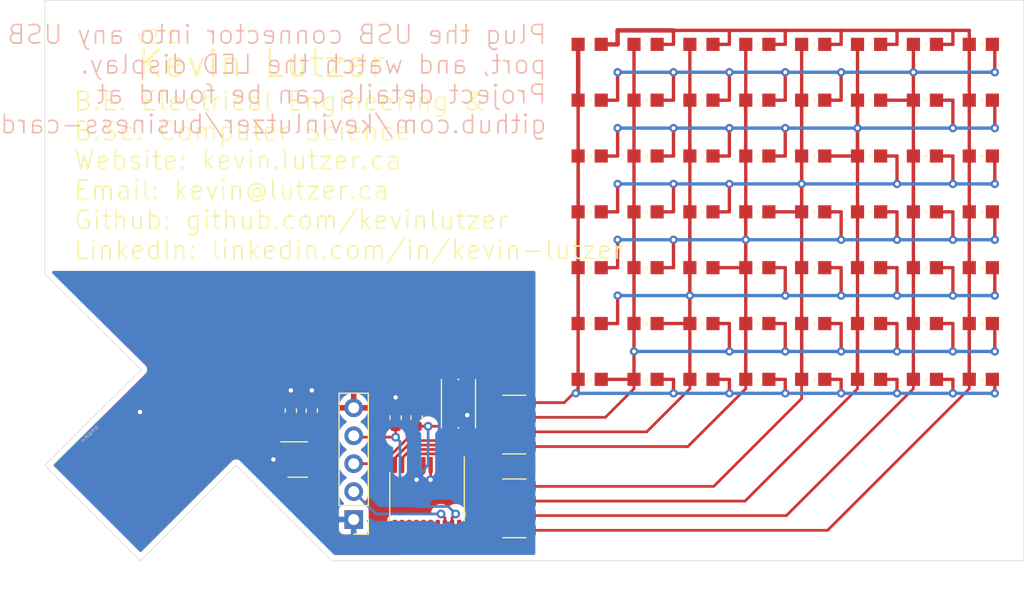
<source format=kicad_pcb>
(kicad_pcb (version 20171130) (host pcbnew "(5.1.5-0-10_14)")
  (layers (0 Top signal) (1 Route2 signal) (2 Route3 signal) (3 Route4 signal) (4 Route5 signal) (5 Route6 signal) (6 Route7 signal) (7 Route8 signal) (8 Route9 signal) (9 Route10 signal) (10 Route11 signal) (11 Route12 signal) (12 Route13 signal) (13 Route14 signal) (14 Route15 signal) (31 Bottom signal) (34 B.Paste user) (35 F.Paste user) (36 B.SilkS user) (37 F.SilkS user) (38 B.Mask user) (39 F.Mask user) (44 Edge.Cuts user))
  (net 0 "")
  (net 1 GND)
  (net 2 "Net-(LED1-PadA)")
  (net 3 "Net-(LED10-PadA)")
  (net 4 "Net-(LED11-PadA)")
  (net 5 "Net-(LED12-PadA)")
  (net 6 "Net-(LED13-PadA)")
  (net 7 "Net-(LED14-PadA)")
  (net 8 "Net-(LED10-PadC)")
  (net 9 "Net-(LED1-PadC)")
  (net 10 +5V)
  (net 11 +3V3)
  (net 12 RST)
  (net 13 SWDIO)
  (net 14 PING)
  (net 15 PINF)
  (net 16 PINE)
  (net 17 PIND)
  (net 18 PINC)
  (net 19 PINB)
  (net 20 PINH)
  (net 21 PINA)
  (net 22 SWDCLK-BOOT0)
  (module business_card_v1:USB-A-PCB (layer Top) (at 111.9505 122.555 45)
    (fp_text reference JP1 hide)
    (fp_text value USBPCB hide)
    (fp_text user >Name (at -1.27 -5.08 45) (layer F.SilkS) (effects (font (size 0.38608 0.38608) (thickness 0.032512)) (justify left bottom)))
    (pad GND smd rect (at -0.2 -3.5 45) (size 7.5 1.5) (layers Top F.Paste F.Mask) (net 1 GND))
    (pad USB_P smd rect (at 0.3 -1 45) (size 6.5 1) (layers Top F.Paste F.Mask))
    (pad USB_M smd rect (at 0.3 1 45) (size 6.5 1) (layers Top F.Paste F.Mask))
    (pad 5V smd rect (at -0.2 3.5 45) (size 7.5 1.5) (layers Top F.Paste F.Mask) (net 10 +5V))
  )
  (module Button_Switch_SMD:SW_Push_1P1T_NO_CK_KMR2 (layer Top) (at 141.605 116.205 90)
    (fp_text reference SW1 hide)
    (fp_text value SPST_TACT-KMR2 hide)
    (pad 2 smd rect (at 2.05 0.8 90) (size 0.9 1) (layers Top F.Paste F.Mask) (net 1 GND))
    (pad 1 smd rect (at 2.05 -0.8 90) (size 0.9 1) (layers Top F.Paste F.Mask) (net 12 RST))
    (pad 2 smd rect (at -2.05 0.8 90) (size 0.9 1) (layers Top F.Paste F.Mask) (net 1 GND))
    (pad 1 smd rect (at -2.05 -0.8 90) (size 0.9 1) (layers Top F.Paste F.Mask) (net 12 RST))
  )
  (module Resistor_SMD:R_0603_1608Metric (layer Top) (at 135.89 117.475 90)
    (fp_text reference R1 hide)
    (fp_text value 10K hide)
    (pad 2 smd roundrect (at 0.7875 0 90) (size 0.875 0.95) (layers Top F.Paste F.Mask) (net 1 GND))
    (pad 1 smd roundrect (at -0.7875 0 90) (size 0.875 0.95) (layers Top F.Paste F.Mask) (net 22 SWDCLK-BOOT0))
  )
  (module Resistor_SMD:R_Array_Convex_4x1206 (layer Top) (at 146.685 125.73)
    (fp_text reference RN2 hide)
    (fp_text value R_Pack04 hide)
    (pad 6 smd rect (at 1.5 0.66) (size 0.9 0.9) (layers Top F.Paste F.Mask) (net 8 "Net-(LED10-PadC)"))
    (pad 5 smd rect (at 1.5 2) (size 0.9 0.9) (layers Top F.Paste F.Mask) (net 9 "Net-(LED1-PadC)"))
    (pad 8 smd rect (at 1.5 -2) (size 0.9 0.9) (layers Top F.Paste F.Mask) (net 6 "Net-(LED13-PadA)"))
    (pad 7 smd rect (at 1.5 -0.66) (size 0.9 0.9) (layers Top F.Paste F.Mask) (net 7 "Net-(LED14-PadA)"))
    (pad 3 smd rect (at -1.5 0.66) (size 0.9 0.9) (layers Top F.Paste F.Mask) (net 14 PING))
    (pad 2 smd rect (at -1.5 -0.66) (size 0.9 0.9) (layers Top F.Paste F.Mask) (net 15 PINF))
    (pad 4 smd rect (at -1.5 2) (size 0.9 0.9) (layers Top F.Paste F.Mask) (net 20 PINH))
    (pad 1 smd rect (at -1.5 -2) (size 0.9 0.9) (layers Top F.Paste F.Mask) (net 16 PINE))
  )
  (module Resistor_SMD:R_Array_Convex_4x1206 (layer Top) (at 146.685 118.11)
    (fp_text reference RN1 hide)
    (fp_text value R_Pack04 hide)
    (pad 6 smd rect (at 1.5 0.66) (size 0.9 0.9) (layers Top F.Paste F.Mask) (net 4 "Net-(LED11-PadA)"))
    (pad 5 smd rect (at 1.5 2) (size 0.9 0.9) (layers Top F.Paste F.Mask) (net 5 "Net-(LED12-PadA)"))
    (pad 8 smd rect (at 1.5 -2) (size 0.9 0.9) (layers Top F.Paste F.Mask) (net 2 "Net-(LED1-PadA)"))
    (pad 7 smd rect (at 1.5 -0.66) (size 0.9 0.9) (layers Top F.Paste F.Mask) (net 3 "Net-(LED10-PadA)"))
    (pad 3 smd rect (at -1.5 0.66) (size 0.9 0.9) (layers Top F.Paste F.Mask) (net 18 PINC))
    (pad 2 smd rect (at -1.5 -0.66) (size 0.9 0.9) (layers Top F.Paste F.Mask) (net 19 PINB))
    (pad 4 smd rect (at -1.5 2) (size 0.9 0.9) (layers Top F.Paste F.Mask) (net 17 PIND))
    (pad 1 smd rect (at -1.5 -2) (size 0.9 0.9) (layers Top F.Paste F.Mask) (net 21 PINA))
  )
  (module Resistor_SMD:R_0603_1608Metric (layer Top) (at 137.795 117.475 90)
    (fp_text reference R10 hide)
    (fp_text value 10K hide)
    (pad 2 smd roundrect (at 0.7875 0 90) (size 0.875 0.95) (layers Top F.Paste F.Mask) (net 11 +3V3))
    (pad 1 smd roundrect (at -0.7875 0 90) (size 0.875 0.95) (layers Top F.Paste F.Mask) (net 12 RST))
  )
  (module Capacitor_SMD:C_0603_1608Metric (layer Top) (at 128.27 116.84 90)
    (fp_text reference C3 hide)
    (fp_text value 1u hide)
    (pad 2 smd roundrect (at 0.7875 0 90) (size 0.875 0.95) (layers Top F.Paste F.Mask) (net 1 GND))
    (pad 1 smd roundrect (at -0.7875 0 90) (size 0.875 0.95) (layers Top F.Paste F.Mask) (net 11 +3V3))
  )
  (module Capacitor_SMD:C_0603_1608Metric (layer Top) (at 126.365 116.84 90)
    (fp_text reference C2 hide)
    (fp_text value 1u hide)
    (pad 1 smd roundrect (at -0.7875 0 90) (size 0.875 0.95) (layers Top F.Paste F.Mask) (net 10 +5V))
    (pad 2 smd roundrect (at 0.7875 0 90) (size 0.875 0.95) (layers Top F.Paste F.Mask) (net 1 GND))
  )
  (module Package_SO:TSSOP-20_4.4x6.5mm_P0.65mm (layer Top) (at 138.7475 124.6505 270)
    (fp_text reference U2 hide)
    (fp_text value STM32G030F6P6 hide)
    (pad 20 smd roundrect (at 2.8625 -2.925 270) (size 1.475 0.4) (layers Top F.Paste F.Mask))
    (pad 19 smd roundrect (at 2.8625 -2.275 270) (size 1.475 0.4) (layers Top F.Paste F.Mask) (net 22 SWDCLK-BOOT0))
    (pad 18 smd roundrect (at 2.8625 -1.625 270) (size 1.475 0.4) (layers Top F.Paste F.Mask) (net 13 SWDIO))
    (pad 17 smd roundrect (at 2.8625 -0.975 270) (size 1.475 0.4) (layers Top F.Paste F.Mask))
    (pad 16 smd roundrect (at 2.8625 -0.325 270) (size 1.475 0.4) (layers Top F.Paste F.Mask))
    (pad 15 smd roundrect (at 2.8625 0.325 270) (size 1.475 0.4) (layers Top F.Paste F.Mask))
    (pad 14 smd roundrect (at 2.8625 0.975 270) (size 1.475 0.4) (layers Top F.Paste F.Mask) (net 20 PINH))
    (pad 13 smd roundrect (at 2.8625 1.625 270) (size 1.475 0.4) (layers Top F.Paste F.Mask) (net 14 PING))
    (pad 12 smd roundrect (at 2.8625 2.275 270) (size 1.475 0.4) (layers Top F.Paste F.Mask) (net 15 PINF))
    (pad 11 smd roundrect (at 2.8625 2.925 270) (size 1.475 0.4) (layers Top F.Paste F.Mask) (net 16 PINE))
    (pad 10 smd roundrect (at -2.8625 2.925 270) (size 1.475 0.4) (layers Top F.Paste F.Mask) (net 17 PIND))
    (pad 9 smd roundrect (at -2.8625 2.275 270) (size 1.475 0.4) (layers Top F.Paste F.Mask) (net 18 PINC))
    (pad 8 smd roundrect (at -2.8625 1.625 270) (size 1.475 0.4) (layers Top F.Paste F.Mask) (net 19 PINB))
    (pad 7 smd roundrect (at -2.8625 0.975 270) (size 1.475 0.4) (layers Top F.Paste F.Mask) (net 21 PINA))
    (pad 6 smd roundrect (at -2.8625 0.325 270) (size 1.475 0.4) (layers Top F.Paste F.Mask) (net 12 RST))
    (pad 5 smd roundrect (at -2.8625 -0.325 270) (size 1.475 0.4) (layers Top F.Paste F.Mask) (net 1 GND))
    (pad 4 smd roundrect (at -2.8625 -0.975 270) (size 1.475 0.4) (layers Top F.Paste F.Mask) (net 11 +3V3))
    (pad 3 smd roundrect (at -2.8625 -1.625 270) (size 1.475 0.4) (layers Top F.Paste F.Mask))
    (pad 2 smd roundrect (at -2.8625 -2.275 270) (size 1.475 0.4) (layers Top F.Paste F.Mask))
    (pad 1 smd roundrect (at -2.8625 -2.925 270) (size 1.475 0.4) (layers Top F.Paste F.Mask))
  )
  (module Package_TO_SOT_SMD:SOT-23-5 (layer Top) (at 127 121.285)
    (fp_text reference U1 hide)
    (fp_text value MIC5504-3.3YM5 hide)
    (pad 5 smd rect (at 1.1 -0.95) (size 1.06 0.65) (layers Top F.Paste F.Mask) (net 11 +3V3))
    (pad 4 smd rect (at 1.1 0.95) (size 1.06 0.65) (layers Top F.Paste F.Mask))
    (pad 3 smd rect (at -1.1 0.95) (size 1.06 0.65) (layers Top F.Paste F.Mask) (net 10 +5V))
    (pad 2 smd rect (at -1.1 0) (size 1.06 0.65) (layers Top F.Paste F.Mask) (net 1 GND))
    (pad 1 smd rect (at -1.1 -0.95) (size 1.06 0.65) (layers Top F.Paste F.Mask) (net 10 +5V))
  )
  (module Connector_PinHeader_2.54mm:PinHeader_1x05_P2.54mm_Vertical (layer Top) (at 132.08 126.746 180)
    (fp_text reference J1 hide)
    (fp_text value Conn_01x05_Male hide)
    (pad 5 thru_hole oval (at 0 10.16 180) (size 1.7 1.7) (drill 1) (layers *.Cu *.Mask) (net 11 +3V3))
    (pad 4 thru_hole oval (at 0 7.62 180) (size 1.7 1.7) (drill 1) (layers *.Cu *.Mask) (net 22 SWDCLK-BOOT0))
    (pad 3 thru_hole oval (at 0 5.08 180) (size 1.7 1.7) (drill 1) (layers *.Cu *.Mask) (net 12 RST))
    (pad 2 thru_hole oval (at 0 2.54 180) (size 1.7 1.7) (drill 1) (layers *.Cu *.Mask) (net 13 SWDIO))
    (pad 1 thru_hole rect (at 0 0 180) (size 1.7 1.7) (drill 1) (layers *.Cu *.Mask) (net 1 GND))
  )
  (module business_card_v1:CHIPLED_0805 (layer Top) (at 158.6111 88.5936 270)
    (fp_text reference LED10 hide)
    (fp_text value LEDCHIPLED_0805 hide)
    (pad A smd rect (at 0 1.05 270) (size 1.2 1.2) (layers Top F.Paste F.Mask) (net 3 "Net-(LED10-PadA)"))
    (pad C smd rect (at 0 -1.05 270) (size 1.2 1.2) (layers Top F.Paste F.Mask) (net 8 "Net-(LED10-PadC)"))
  )
  (module business_card_v1:CHIPLED_0805 (layer Top) (at 163.6911 88.5936 270)
    (fp_text reference LED11 hide)
    (fp_text value LEDCHIPLED_0805 hide)
    (pad A smd rect (at 0 1.05 270) (size 1.2 1.2) (layers Top F.Paste F.Mask) (net 4 "Net-(LED11-PadA)"))
    (pad C smd rect (at 0 -1.05 270) (size 1.2 1.2) (layers Top F.Paste F.Mask) (net 8 "Net-(LED10-PadC)"))
  )
  (module business_card_v1:CHIPLED_0805 (layer Top) (at 168.7711 88.5936 270)
    (fp_text reference LED12 hide)
    (fp_text value LEDCHIPLED_0805 hide)
    (pad A smd rect (at 0 1.05 270) (size 1.2 1.2) (layers Top F.Paste F.Mask) (net 5 "Net-(LED12-PadA)"))
    (pad C smd rect (at 0 -1.05 270) (size 1.2 1.2) (layers Top F.Paste F.Mask) (net 8 "Net-(LED10-PadC)"))
  )
  (module business_card_v1:CHIPLED_0805 (layer Top) (at 173.8511 88.5936 270)
    (fp_text reference LED13 hide)
    (fp_text value LEDCHIPLED_0805 hide)
    (pad A smd rect (at 0 1.05 270) (size 1.2 1.2) (layers Top F.Paste F.Mask) (net 6 "Net-(LED13-PadA)"))
    (pad C smd rect (at 0 -1.05 270) (size 1.2 1.2) (layers Top F.Paste F.Mask) (net 8 "Net-(LED10-PadC)"))
  )
  (module business_card_v1:CHIPLED_0805 (layer Top) (at 178.9311 88.5936 270)
    (fp_text reference LED14 hide)
    (fp_text value LEDCHIPLED_0805 hide)
    (pad A smd rect (at 0 1.05 270) (size 1.2 1.2) (layers Top F.Paste F.Mask) (net 7 "Net-(LED14-PadA)"))
    (pad C smd rect (at 0 -1.05 270) (size 1.2 1.2) (layers Top F.Paste F.Mask) (net 8 "Net-(LED10-PadC)"))
  )
  (module business_card_v1:CHIPLED_0805 (layer Top) (at 184.0111 88.5936 270)
    (fp_text reference LED15 hide)
    (fp_text value LEDCHIPLED_0805 hide)
    (pad A smd rect (at 0 1.05 270) (size 1.2 1.2) (layers Top F.Paste F.Mask) (net 8 "Net-(LED10-PadC)"))
    (pad C smd rect (at 0 -1.05 270) (size 1.2 1.2) (layers Top F.Paste F.Mask) (net 7 "Net-(LED14-PadA)"))
  )
  (module business_card_v1:CHIPLED_0805 (layer Top) (at 189.0911 88.5936 270)
    (fp_text reference LED16 hide)
    (fp_text value LEDCHIPLED_0805 hide)
    (pad A smd rect (at 0 1.05 270) (size 1.2 1.2) (layers Top F.Paste F.Mask) (net 9 "Net-(LED1-PadC)"))
    (pad C smd rect (at 0 -1.05 270) (size 1.2 1.2) (layers Top F.Paste F.Mask) (net 7 "Net-(LED14-PadA)"))
  )
  (module business_card_v1:CHIPLED_0805 (layer Top) (at 153.5311 93.6736 270)
    (fp_text reference LED17 hide)
    (fp_text value LEDCHIPLED_0805 hide)
    (pad A smd rect (at 0 1.05 270) (size 1.2 1.2) (layers Top F.Paste F.Mask) (net 2 "Net-(LED1-PadA)"))
    (pad C smd rect (at 0 -1.05 270) (size 1.2 1.2) (layers Top F.Paste F.Mask) (net 7 "Net-(LED14-PadA)"))
  )
  (module business_card_v1:CHIPLED_0805 (layer Top) (at 158.6111 93.6736 270)
    (fp_text reference LED18 hide)
    (fp_text value LEDCHIPLED_0805 hide)
    (pad A smd rect (at 0 1.05 270) (size 1.2 1.2) (layers Top F.Paste F.Mask) (net 3 "Net-(LED10-PadA)"))
    (pad C smd rect (at 0 -1.05 270) (size 1.2 1.2) (layers Top F.Paste F.Mask) (net 7 "Net-(LED14-PadA)"))
  )
  (module business_card_v1:CHIPLED_0805 (layer Top) (at 163.6911 93.6736 270)
    (fp_text reference LED19 hide)
    (fp_text value LEDCHIPLED_0805 hide)
    (pad A smd rect (at 0 1.05 270) (size 1.2 1.2) (layers Top F.Paste F.Mask) (net 4 "Net-(LED11-PadA)"))
    (pad C smd rect (at 0 -1.05 270) (size 1.2 1.2) (layers Top F.Paste F.Mask) (net 7 "Net-(LED14-PadA)"))
  )
  (module business_card_v1:CHIPLED_0805 (layer Top) (at 158.6111 83.5136 270)
    (fp_text reference LED2 hide)
    (fp_text value LEDCHIPLED_0805 hide)
    (pad A smd rect (at 0 1.05 270) (size 1.2 1.2) (layers Top F.Paste F.Mask) (net 3 "Net-(LED10-PadA)"))
    (pad C smd rect (at 0 -1.05 270) (size 1.2 1.2) (layers Top F.Paste F.Mask) (net 9 "Net-(LED1-PadC)"))
  )
  (module business_card_v1:CHIPLED_0805 (layer Top) (at 168.7711 93.6736 270)
    (fp_text reference LED20 hide)
    (fp_text value LEDCHIPLED_0805 hide)
    (pad A smd rect (at 0 1.05 270) (size 1.2 1.2) (layers Top F.Paste F.Mask) (net 5 "Net-(LED12-PadA)"))
    (pad C smd rect (at 0 -1.05 270) (size 1.2 1.2) (layers Top F.Paste F.Mask) (net 7 "Net-(LED14-PadA)"))
  )
  (module business_card_v1:CHIPLED_0805 (layer Top) (at 173.8511 93.6736 270)
    (fp_text reference LED21 hide)
    (fp_text value LEDCHIPLED_0805 hide)
    (pad A smd rect (at 0 1.05 270) (size 1.2 1.2) (layers Top F.Paste F.Mask) (net 6 "Net-(LED13-PadA)"))
    (pad C smd rect (at 0 -1.05 270) (size 1.2 1.2) (layers Top F.Paste F.Mask) (net 7 "Net-(LED14-PadA)"))
  )
  (module business_card_v1:CHIPLED_0805 (layer Top) (at 178.9311 93.6736 270)
    (fp_text reference LED22 hide)
    (fp_text value LEDCHIPLED_0805 hide)
    (pad A smd rect (at 0 1.05 270) (size 1.2 1.2) (layers Top F.Paste F.Mask) (net 7 "Net-(LED14-PadA)"))
    (pad C smd rect (at 0 -1.05 270) (size 1.2 1.2) (layers Top F.Paste F.Mask) (net 6 "Net-(LED13-PadA)"))
  )
  (module business_card_v1:CHIPLED_0805 (layer Top) (at 184.0111 93.6736 270)
    (fp_text reference LED23 hide)
    (fp_text value LEDCHIPLED_0805 hide)
    (pad A smd rect (at 0 1.05 270) (size 1.2 1.2) (layers Top F.Paste F.Mask) (net 8 "Net-(LED10-PadC)"))
    (pad C smd rect (at 0 -1.05 270) (size 1.2 1.2) (layers Top F.Paste F.Mask) (net 6 "Net-(LED13-PadA)"))
  )
  (module business_card_v1:CHIPLED_0805 (layer Top) (at 189.0911 93.6736 270)
    (fp_text reference LED24 hide)
    (fp_text value LEDCHIPLED_0805 hide)
    (pad A smd rect (at 0 1.05 270) (size 1.2 1.2) (layers Top F.Paste F.Mask) (net 9 "Net-(LED1-PadC)"))
    (pad C smd rect (at 0 -1.05 270) (size 1.2 1.2) (layers Top F.Paste F.Mask) (net 6 "Net-(LED13-PadA)"))
  )
  (module business_card_v1:CHIPLED_0805 (layer Top) (at 153.5311 98.7536 270)
    (fp_text reference LED25 hide)
    (fp_text value LEDCHIPLED_0805 hide)
    (pad A smd rect (at 0 1.05 270) (size 1.2 1.2) (layers Top F.Paste F.Mask) (net 2 "Net-(LED1-PadA)"))
    (pad C smd rect (at 0 -1.05 270) (size 1.2 1.2) (layers Top F.Paste F.Mask) (net 6 "Net-(LED13-PadA)"))
  )
  (module business_card_v1:CHIPLED_0805 (layer Top) (at 158.6111 98.7536 270)
    (fp_text reference LED26 hide)
    (fp_text value LEDCHIPLED_0805 hide)
    (pad A smd rect (at 0 1.05 270) (size 1.2 1.2) (layers Top F.Paste F.Mask) (net 3 "Net-(LED10-PadA)"))
    (pad C smd rect (at 0 -1.05 270) (size 1.2 1.2) (layers Top F.Paste F.Mask) (net 6 "Net-(LED13-PadA)"))
  )
  (module business_card_v1:CHIPLED_0805 (layer Top) (at 163.6911 98.7536 270)
    (fp_text reference LED27 hide)
    (fp_text value LEDCHIPLED_0805 hide)
    (pad A smd rect (at 0 1.05 270) (size 1.2 1.2) (layers Top F.Paste F.Mask) (net 4 "Net-(LED11-PadA)"))
    (pad C smd rect (at 0 -1.05 270) (size 1.2 1.2) (layers Top F.Paste F.Mask) (net 6 "Net-(LED13-PadA)"))
  )
  (module business_card_v1:CHIPLED_0805 (layer Top) (at 168.7711 98.7536 270)
    (fp_text reference LED28 hide)
    (fp_text value LEDCHIPLED_0805 hide)
    (pad A smd rect (at 0 1.05 270) (size 1.2 1.2) (layers Top F.Paste F.Mask) (net 5 "Net-(LED12-PadA)"))
    (pad C smd rect (at 0 -1.05 270) (size 1.2 1.2) (layers Top F.Paste F.Mask) (net 6 "Net-(LED13-PadA)"))
  )
  (module business_card_v1:CHIPLED_0805 (layer Top) (at 173.8511 98.7536 270)
    (fp_text reference LED29 hide)
    (fp_text value LEDCHIPLED_0805 hide)
    (pad A smd rect (at 0 1.05 270) (size 1.2 1.2) (layers Top F.Paste F.Mask) (net 6 "Net-(LED13-PadA)"))
    (pad C smd rect (at 0 -1.05 270) (size 1.2 1.2) (layers Top F.Paste F.Mask) (net 5 "Net-(LED12-PadA)"))
  )
  (module business_card_v1:CHIPLED_0805 (layer Top) (at 163.6911 83.5136 270)
    (fp_text reference LED3 hide)
    (fp_text value LEDCHIPLED_0805 hide)
    (pad A smd rect (at 0 1.05 270) (size 1.2 1.2) (layers Top F.Paste F.Mask) (net 4 "Net-(LED11-PadA)"))
    (pad C smd rect (at 0 -1.05 270) (size 1.2 1.2) (layers Top F.Paste F.Mask) (net 9 "Net-(LED1-PadC)"))
  )
  (module business_card_v1:CHIPLED_0805 (layer Top) (at 178.9311 98.7536 270)
    (fp_text reference LED30 hide)
    (fp_text value LEDCHIPLED_0805 hide)
    (pad A smd rect (at 0 1.05 270) (size 1.2 1.2) (layers Top F.Paste F.Mask) (net 7 "Net-(LED14-PadA)"))
    (pad C smd rect (at 0 -1.05 270) (size 1.2 1.2) (layers Top F.Paste F.Mask) (net 5 "Net-(LED12-PadA)"))
  )
  (module business_card_v1:CHIPLED_0805 (layer Top) (at 184.0111 98.7536 270)
    (fp_text reference LED31 hide)
    (fp_text value LEDCHIPLED_0805 hide)
    (pad A smd rect (at 0 1.05 270) (size 1.2 1.2) (layers Top F.Paste F.Mask) (net 8 "Net-(LED10-PadC)"))
    (pad C smd rect (at 0 -1.05 270) (size 1.2 1.2) (layers Top F.Paste F.Mask) (net 5 "Net-(LED12-PadA)"))
  )
  (module business_card_v1:CHIPLED_0805 (layer Top) (at 189.0911 98.7536 270)
    (fp_text reference LED32 hide)
    (fp_text value LEDCHIPLED_0805 hide)
    (pad A smd rect (at 0 1.05 270) (size 1.2 1.2) (layers Top F.Paste F.Mask) (net 9 "Net-(LED1-PadC)"))
    (pad C smd rect (at 0 -1.05 270) (size 1.2 1.2) (layers Top F.Paste F.Mask) (net 5 "Net-(LED12-PadA)"))
  )
  (module business_card_v1:CHIPLED_0805 (layer Top) (at 153.5311 103.8336 270)
    (fp_text reference LED33 hide)
    (fp_text value LEDCHIPLED_0805 hide)
    (pad A smd rect (at 0 1.05 270) (size 1.2 1.2) (layers Top F.Paste F.Mask) (net 2 "Net-(LED1-PadA)"))
    (pad C smd rect (at 0 -1.05 270) (size 1.2 1.2) (layers Top F.Paste F.Mask) (net 5 "Net-(LED12-PadA)"))
  )
  (module business_card_v1:CHIPLED_0805 (layer Top) (at 158.6111 103.8336 270)
    (fp_text reference LED34 hide)
    (fp_text value LEDCHIPLED_0805 hide)
    (pad A smd rect (at 0 1.05 270) (size 1.2 1.2) (layers Top F.Paste F.Mask) (net 3 "Net-(LED10-PadA)"))
    (pad C smd rect (at 0 -1.05 270) (size 1.2 1.2) (layers Top F.Paste F.Mask) (net 5 "Net-(LED12-PadA)"))
  )
  (module business_card_v1:CHIPLED_0805 (layer Top) (at 163.6911 103.8336 270)
    (fp_text reference LED35 hide)
    (fp_text value LEDCHIPLED_0805 hide)
    (pad A smd rect (at 0 1.05 270) (size 1.2 1.2) (layers Top F.Paste F.Mask) (net 4 "Net-(LED11-PadA)"))
    (pad C smd rect (at 0 -1.05 270) (size 1.2 1.2) (layers Top F.Paste F.Mask) (net 5 "Net-(LED12-PadA)"))
  )
  (module business_card_v1:CHIPLED_0805 (layer Top) (at 168.7711 103.8336 270)
    (fp_text reference LED36 hide)
    (fp_text value LEDCHIPLED_0805 hide)
    (pad A smd rect (at 0 1.05 270) (size 1.2 1.2) (layers Top F.Paste F.Mask) (net 5 "Net-(LED12-PadA)"))
    (pad C smd rect (at 0 -1.05 270) (size 1.2 1.2) (layers Top F.Paste F.Mask) (net 4 "Net-(LED11-PadA)"))
  )
  (module business_card_v1:CHIPLED_0805 (layer Top) (at 173.8511 103.8336 270)
    (fp_text reference LED37 hide)
    (fp_text value LEDCHIPLED_0805 hide)
    (pad A smd rect (at 0 1.05 270) (size 1.2 1.2) (layers Top F.Paste F.Mask) (net 6 "Net-(LED13-PadA)"))
    (pad C smd rect (at 0 -1.05 270) (size 1.2 1.2) (layers Top F.Paste F.Mask) (net 4 "Net-(LED11-PadA)"))
  )
  (module business_card_v1:CHIPLED_0805 (layer Top) (at 178.9311 103.8336 270)
    (fp_text reference LED38 hide)
    (fp_text value LEDCHIPLED_0805 hide)
    (pad A smd rect (at 0 1.05 270) (size 1.2 1.2) (layers Top F.Paste F.Mask) (net 7 "Net-(LED14-PadA)"))
    (pad C smd rect (at 0 -1.05 270) (size 1.2 1.2) (layers Top F.Paste F.Mask) (net 4 "Net-(LED11-PadA)"))
  )
  (module business_card_v1:CHIPLED_0805 (layer Top) (at 184.0111 103.8336 270)
    (fp_text reference LED39 hide)
    (fp_text value LEDCHIPLED_0805 hide)
    (pad A smd rect (at 0 1.05 270) (size 1.2 1.2) (layers Top F.Paste F.Mask) (net 8 "Net-(LED10-PadC)"))
    (pad C smd rect (at 0 -1.05 270) (size 1.2 1.2) (layers Top F.Paste F.Mask) (net 4 "Net-(LED11-PadA)"))
  )
  (module business_card_v1:CHIPLED_0805 (layer Top) (at 168.7711 83.5136 270)
    (fp_text reference LED4 hide)
    (fp_text value LEDCHIPLED_0805 hide)
    (pad A smd rect (at 0 1.05 270) (size 1.2 1.2) (layers Top F.Paste F.Mask) (net 5 "Net-(LED12-PadA)"))
    (pad C smd rect (at 0 -1.05 270) (size 1.2 1.2) (layers Top F.Paste F.Mask) (net 9 "Net-(LED1-PadC)"))
  )
  (module business_card_v1:CHIPLED_0805 (layer Top) (at 189.0911 103.8336 270)
    (fp_text reference LED40 hide)
    (fp_text value LEDCHIPLED_0805 hide)
    (pad A smd rect (at 0 1.05 270) (size 1.2 1.2) (layers Top F.Paste F.Mask) (net 9 "Net-(LED1-PadC)"))
    (pad C smd rect (at 0 -1.05 270) (size 1.2 1.2) (layers Top F.Paste F.Mask) (net 4 "Net-(LED11-PadA)"))
  )
  (module business_card_v1:CHIPLED_0805 (layer Top) (at 153.5311 108.9136 270)
    (fp_text reference LED41 hide)
    (fp_text value LEDCHIPLED_0805 hide)
    (pad A smd rect (at 0 1.05 270) (size 1.2 1.2) (layers Top F.Paste F.Mask) (net 2 "Net-(LED1-PadA)"))
    (pad C smd rect (at 0 -1.05 270) (size 1.2 1.2) (layers Top F.Paste F.Mask) (net 4 "Net-(LED11-PadA)"))
  )
  (module business_card_v1:CHIPLED_0805 (layer Top) (at 158.6111 108.9136 270)
    (fp_text reference LED42 hide)
    (fp_text value LEDCHIPLED_0805 hide)
    (pad A smd rect (at 0 1.05 270) (size 1.2 1.2) (layers Top F.Paste F.Mask) (net 3 "Net-(LED10-PadA)"))
    (pad C smd rect (at 0 -1.05 270) (size 1.2 1.2) (layers Top F.Paste F.Mask) (net 4 "Net-(LED11-PadA)"))
  )
  (module business_card_v1:CHIPLED_0805 (layer Top) (at 163.6911 108.9136 270)
    (fp_text reference LED43 hide)
    (fp_text value LEDCHIPLED_0805 hide)
    (pad A smd rect (at 0 1.05 270) (size 1.2 1.2) (layers Top F.Paste F.Mask) (net 4 "Net-(LED11-PadA)"))
    (pad C smd rect (at 0 -1.05 270) (size 1.2 1.2) (layers Top F.Paste F.Mask) (net 3 "Net-(LED10-PadA)"))
  )
  (module business_card_v1:CHIPLED_0805 (layer Top) (at 168.7711 108.9136 270)
    (fp_text reference LED44 hide)
    (fp_text value LEDCHIPLED_0805 hide)
    (pad A smd rect (at 0 1.05 270) (size 1.2 1.2) (layers Top F.Paste F.Mask) (net 5 "Net-(LED12-PadA)"))
    (pad C smd rect (at 0 -1.05 270) (size 1.2 1.2) (layers Top F.Paste F.Mask) (net 3 "Net-(LED10-PadA)"))
  )
  (module business_card_v1:CHIPLED_0805 (layer Top) (at 173.8511 108.9136 270)
    (fp_text reference LED45 hide)
    (fp_text value LEDCHIPLED_0805 hide)
    (pad A smd rect (at 0 1.05 270) (size 1.2 1.2) (layers Top F.Paste F.Mask) (net 6 "Net-(LED13-PadA)"))
    (pad C smd rect (at 0 -1.05 270) (size 1.2 1.2) (layers Top F.Paste F.Mask) (net 3 "Net-(LED10-PadA)"))
  )
  (module business_card_v1:CHIPLED_0805 (layer Top) (at 178.9311 108.9136 270)
    (fp_text reference LED46 hide)
    (fp_text value LEDCHIPLED_0805 hide)
    (pad A smd rect (at 0 1.05 270) (size 1.2 1.2) (layers Top F.Paste F.Mask) (net 7 "Net-(LED14-PadA)"))
    (pad C smd rect (at 0 -1.05 270) (size 1.2 1.2) (layers Top F.Paste F.Mask) (net 3 "Net-(LED10-PadA)"))
  )
  (module business_card_v1:CHIPLED_0805 (layer Top) (at 184.0111 108.9136 270)
    (fp_text reference LED47 hide)
    (fp_text value LEDCHIPLED_0805 hide)
    (pad A smd rect (at 0 1.05 270) (size 1.2 1.2) (layers Top F.Paste F.Mask) (net 8 "Net-(LED10-PadC)"))
    (pad C smd rect (at 0 -1.05 270) (size 1.2 1.2) (layers Top F.Paste F.Mask) (net 3 "Net-(LED10-PadA)"))
  )
  (module business_card_v1:CHIPLED_0805 (layer Top) (at 189.0911 108.9136 270)
    (fp_text reference LED48 hide)
    (fp_text value LEDCHIPLED_0805 hide)
    (pad A smd rect (at 0 1.05 270) (size 1.2 1.2) (layers Top F.Paste F.Mask) (net 9 "Net-(LED1-PadC)"))
    (pad C smd rect (at 0 -1.05 270) (size 1.2 1.2) (layers Top F.Paste F.Mask) (net 3 "Net-(LED10-PadA)"))
  )
  (module business_card_v1:CHIPLED_0805 (layer Top) (at 153.5311 113.9936 270)
    (fp_text reference LED49 hide)
    (fp_text value LEDCHIPLED_0805 hide)
    (pad A smd rect (at 0 1.05 270) (size 1.2 1.2) (layers Top F.Paste F.Mask) (net 2 "Net-(LED1-PadA)"))
    (pad C smd rect (at 0 -1.05 270) (size 1.2 1.2) (layers Top F.Paste F.Mask) (net 3 "Net-(LED10-PadA)"))
  )
  (module business_card_v1:CHIPLED_0805 (layer Top) (at 173.8511 83.5136 270)
    (fp_text reference LED5 hide)
    (fp_text value LEDCHIPLED_0805 hide)
    (pad A smd rect (at 0 1.05 270) (size 1.2 1.2) (layers Top F.Paste F.Mask) (net 6 "Net-(LED13-PadA)"))
    (pad C smd rect (at 0 -1.05 270) (size 1.2 1.2) (layers Top F.Paste F.Mask) (net 9 "Net-(LED1-PadC)"))
  )
  (module business_card_v1:CHIPLED_0805 (layer Top) (at 158.6111 113.9936 270)
    (fp_text reference LED50 hide)
    (fp_text value LEDCHIPLED_0805 hide)
    (pad A smd rect (at 0 1.05 270) (size 1.2 1.2) (layers Top F.Paste F.Mask) (net 3 "Net-(LED10-PadA)"))
    (pad C smd rect (at 0 -1.05 270) (size 1.2 1.2) (layers Top F.Paste F.Mask) (net 2 "Net-(LED1-PadA)"))
  )
  (module business_card_v1:CHIPLED_0805 (layer Top) (at 163.6911 113.9936 270)
    (fp_text reference LED51 hide)
    (fp_text value LEDCHIPLED_0805 hide)
    (pad A smd rect (at 0 1.05 270) (size 1.2 1.2) (layers Top F.Paste F.Mask) (net 4 "Net-(LED11-PadA)"))
    (pad C smd rect (at 0 -1.05 270) (size 1.2 1.2) (layers Top F.Paste F.Mask) (net 2 "Net-(LED1-PadA)"))
  )
  (module business_card_v1:CHIPLED_0805 (layer Top) (at 168.7711 113.9936 270)
    (fp_text reference LED52 hide)
    (fp_text value LEDCHIPLED_0805 hide)
    (pad A smd rect (at 0 1.05 270) (size 1.2 1.2) (layers Top F.Paste F.Mask) (net 5 "Net-(LED12-PadA)"))
    (pad C smd rect (at 0 -1.05 270) (size 1.2 1.2) (layers Top F.Paste F.Mask) (net 2 "Net-(LED1-PadA)"))
  )
  (module business_card_v1:CHIPLED_0805 (layer Top) (at 173.8511 113.9936 270)
    (fp_text reference LED53 hide)
    (fp_text value LEDCHIPLED_0805 hide)
    (pad A smd rect (at 0 1.05 270) (size 1.2 1.2) (layers Top F.Paste F.Mask) (net 6 "Net-(LED13-PadA)"))
    (pad C smd rect (at 0 -1.05 270) (size 1.2 1.2) (layers Top F.Paste F.Mask) (net 2 "Net-(LED1-PadA)"))
  )
  (module business_card_v1:CHIPLED_0805 (layer Top) (at 178.9311 113.9936 270)
    (fp_text reference LED54 hide)
    (fp_text value LEDCHIPLED_0805 hide)
    (pad A smd rect (at 0 1.05 270) (size 1.2 1.2) (layers Top F.Paste F.Mask) (net 7 "Net-(LED14-PadA)"))
    (pad C smd rect (at 0 -1.05 270) (size 1.2 1.2) (layers Top F.Paste F.Mask) (net 2 "Net-(LED1-PadA)"))
  )
  (module business_card_v1:CHIPLED_0805 (layer Top) (at 184.0111 113.9936 270)
    (fp_text reference LED55 hide)
    (fp_text value LEDCHIPLED_0805 hide)
    (pad A smd rect (at 0 1.05 270) (size 1.2 1.2) (layers Top F.Paste F.Mask) (net 8 "Net-(LED10-PadC)"))
    (pad C smd rect (at 0 -1.05 270) (size 1.2 1.2) (layers Top F.Paste F.Mask) (net 2 "Net-(LED1-PadA)"))
  )
  (module business_card_v1:CHIPLED_0805 (layer Top) (at 189.0911 113.9936 270)
    (fp_text reference LED56 hide)
    (fp_text value LEDCHIPLED_0805 hide)
    (pad A smd rect (at 0 1.05 270) (size 1.2 1.2) (layers Top F.Paste F.Mask) (net 9 "Net-(LED1-PadC)"))
    (pad C smd rect (at 0 -1.05 270) (size 1.2 1.2) (layers Top F.Paste F.Mask) (net 2 "Net-(LED1-PadA)"))
  )
  (module business_card_v1:CHIPLED_0805 (layer Top) (at 178.9311 83.5136 270)
    (fp_text reference LED6 hide)
    (fp_text value LEDCHIPLED_0805 hide)
    (pad A smd rect (at 0 1.05 270) (size 1.2 1.2) (layers Top F.Paste F.Mask) (net 7 "Net-(LED14-PadA)"))
    (pad C smd rect (at 0 -1.05 270) (size 1.2 1.2) (layers Top F.Paste F.Mask) (net 9 "Net-(LED1-PadC)"))
  )
  (module business_card_v1:CHIPLED_0805 (layer Top) (at 184.0111 83.5136 270)
    (fp_text reference LED7 hide)
    (fp_text value LEDCHIPLED_0805 hide)
    (pad A smd rect (at 0 1.05 270) (size 1.2 1.2) (layers Top F.Paste F.Mask) (net 8 "Net-(LED10-PadC)"))
    (pad C smd rect (at 0 -1.05 270) (size 1.2 1.2) (layers Top F.Paste F.Mask) (net 9 "Net-(LED1-PadC)"))
  )
  (module business_card_v1:CHIPLED_0805 (layer Top) (at 189.0911 83.5136 270)
    (fp_text reference LED8 hide)
    (fp_text value LEDCHIPLED_0805 hide)
    (pad A smd rect (at 0 1.05 270) (size 1.2 1.2) (layers Top F.Paste F.Mask) (net 9 "Net-(LED1-PadC)"))
    (pad C smd rect (at 0 -1.05 270) (size 1.2 1.2) (layers Top F.Paste F.Mask) (net 8 "Net-(LED10-PadC)"))
  )
  (module business_card_v1:CHIPLED_0805 (layer Top) (at 153.5311 88.5936 270)
    (fp_text reference LED9 hide)
    (fp_text value LEDCHIPLED_0805 hide)
    (pad A smd rect (at 0 1.05 270) (size 1.2 1.2) (layers Top F.Paste F.Mask) (net 2 "Net-(LED1-PadA)"))
    (pad C smd rect (at 0 -1.05 270) (size 1.2 1.2) (layers Top F.Paste F.Mask) (net 8 "Net-(LED10-PadC)"))
  )
  (module business_card_v1:CHIPLED_0805 (layer Top) (at 153.5311 83.5136 270)
    (fp_text reference LED1 hide)
    (fp_text value LEDCHIPLED_0805 hide)
    (pad A smd rect (at 0 1.05 270) (size 1.2 1.2) (layers Top F.Paste F.Mask) (net 2 "Net-(LED1-PadA)"))
    (pad C smd rect (at 0 -1.05 270) (size 1.2 1.2) (layers Top F.Paste F.Mask) (net 9 "Net-(LED1-PadC)"))
  )
  (gr_line (start 104.0011 79.5036) (end 104.0011 104.41136) (layer Edge.Cuts) (width 0.05))
  (gr_line (start 104.0011 104.41136) (end 112.774953 113.108772) (layer Edge.Cuts) (width 0.05))
  (gr_line (start 112.774953 113.108772) (end 104.0011 121.806188) (layer Edge.Cuts) (width 0.05))
  (gr_line (start 104.0011 121.806188) (end 112.698512 130.5036) (layer Edge.Cuts) (width 0.05))
  (gr_line (start 112.698512 130.5036) (end 121.395928 121.806188) (layer Edge.Cuts) (width 0.05))
  (gr_line (start 121.395928 121.806188) (end 130.09334 130.5036) (layer Edge.Cuts) (width 0.05))
  (gr_line (start 130.09334 130.5036) (end 193.0011 130.5036) (layer Edge.Cuts) (width 0.05))
  (gr_line (start 193.0011 130.5036) (end 193.0011 79.5036) (layer Edge.Cuts) (width 0.05))
  (gr_line (start 193.0011 79.5036) (end 104.0011 79.5036) (layer Edge.Cuts) (width 0.05))
  (gr_text v2.1 (at 112.2561 83.5136) (layer F.SilkS) (effects (font (size 1.2065 1.2065) (thickness 0.1016)) (justify left bottom)))
  (gr_text "Kevin Lutzer" (at 112.2561 86.6886) (layer F.SilkS) (effects (font (size 2.413 2.413) (thickness 0.2032)) (justify left bottom)))
  (gr_text "B.E. Electrical Engineering &\nB.Sc. Computer Science" (at 106.5411 92.4036) (layer F.SilkS) (effects (font (size 1.6891 1.6891) (thickness 0.14224)) (justify left bottom)))
  (gr_text "Website: kevin.lutzer.ca\nEmail: kevin@lutzer.ca\nGithub: github.com/kevinlutzer\nLinkedIn: linkedin.com/in/kevin-lutzer" (at 106.5411 103.1986) (layer F.SilkS) (effects (font (size 1.6891 1.6891) (thickness 0.14224)) (justify left bottom)))
  (gr_text "Plug the USB connector into any USB\nport, and watch the LED display.\nProject details can be found at \ngithub.com/kevinlutzer/business-card" (at 149.7211 91.7686) (layer B.SilkS) (effects (font (size 1.6891 1.6891) (thickness 0.14224)) (justify left bottom mirror)))
  (segment (start 142.405 118.255) (end 142.405 117.2465) (width 0.25) (layer Top) (net 1))
  (segment (start 142.405 117.2465) (end 142.405 114.155) (width 0.25) (layer Top) (net 1))
  (via (at 142.405 117.2465) (size 0.8) (drill 0.4) (layers Top Bottom) (net 1))
  (via (at 126.365 114.9985) (size 0.8) (drill 0.4) (layers Top Bottom) (net 1))
  (via (at 128.27 114.9985) (size 0.8) (drill 0.4) (layers Top Bottom) (net 1))
  (segment (start 128.27 116.0525) (end 128.27 114.9985) (width 0.25) (layer Top) (net 1))
  (segment (start 126.365 116.0525) (end 126.365 114.9985) (width 0.25) (layer Top) (net 1))
  (via (at 124.7775 121.285) (size 0.8) (drill 0.4) (layers Top Bottom) (net 1))
  (segment (start 125.9 121.285) (end 124.7775 121.285) (width 0.25) (layer Top) (net 1))
  (via (at 135.89 115.6335) (size 0.8) (drill 0.4) (layers Top Bottom) (net 1))
  (via (at 112.649 116.967) (size 0.8) (drill 0.4) (layers Top Bottom) (net 1))
  (segment (start 109.334205 120.221548) (end 109.334205 120.218295) (width 0.25) (layer Top) (net 1))
  (segment (start 109.397705 120.218295) (end 112.649 116.967) (width 0.25) (layer Top) (net 1))
  (segment (start 109.334205 120.218295) (end 109.397705 120.218295) (width 0.25) (layer Top) (net 1))
  (segment (start 152.4811 113.9936) (end 152.4811 108.9136) (width 0.3048) (layer Top) (net 2))
  (segment (start 152.4811 108.9136) (end 152.4811 98.7536) (width 0.3048) (layer Top) (net 2))
  (segment (start 152.4811 113.9936) (end 152.4811 115.2636) (width 0.3048) (layer Top) (net 2))
  (segment (start 152.4811 115.2636) (end 152.2611 115.2636) (width 0.3048) (layer Top) (net 2))
  (via (at 152.2611 115.2636) (size 0.7564) (drill 0.35) (layers Top Bottom) (net 2))
  (segment (start 190.3611 115.2636) (end 186.5511 115.2636) (width 0.3048) (layer Bottom) (net 2))
  (segment (start 186.5511 115.2636) (end 181.4711 115.2636) (width 0.3048) (layer Bottom) (net 2))
  (segment (start 181.4711 115.2636) (end 176.3911 115.2636) (width 0.3048) (layer Bottom) (net 2))
  (segment (start 176.3911 115.2636) (end 171.3111 115.2636) (width 0.3048) (layer Bottom) (net 2))
  (segment (start 171.3111 115.2636) (end 166.2311 115.2636) (width 0.3048) (layer Bottom) (net 2))
  (segment (start 161.1511 115.2636) (end 152.2611 115.2636) (width 0.3048) (layer Bottom) (net 2))
  (via (at 190.3611 115.2636) (size 0.7564) (drill 0.35) (layers Top Bottom) (net 2))
  (segment (start 159.6611 113.9936) (end 161.1511 113.9936) (width 0.3048) (layer Top) (net 2))
  (segment (start 161.1511 113.9936) (end 161.1511 115.2636) (width 0.3048) (layer Top) (net 2))
  (via (at 161.1511 115.2636) (size 0.7564) (drill 0.35) (layers Top Bottom) (net 2))
  (segment (start 161.1511 115.2636) (end 166.2311 115.2636) (width 0.3048) (layer Bottom) (net 2))
  (segment (start 164.7411 113.9936) (end 166.2311 113.9936) (width 0.3048) (layer Top) (net 2))
  (segment (start 166.2311 113.9936) (end 166.2311 115.2636) (width 0.3048) (layer Top) (net 2))
  (via (at 166.2311 115.2636) (size 0.7564) (drill 0.35) (layers Top Bottom) (net 2))
  (segment (start 169.8211 113.9936) (end 171.3111 113.9936) (width 0.3048) (layer Top) (net 2))
  (segment (start 171.3111 113.9936) (end 171.3111 115.2636) (width 0.3048) (layer Top) (net 2))
  (via (at 171.3111 115.2636) (size 0.7564) (drill 0.35) (layers Top Bottom) (net 2))
  (segment (start 174.9011 113.9936) (end 176.3911 113.9936) (width 0.3048) (layer Top) (net 2))
  (segment (start 176.3911 113.9936) (end 176.3911 115.2636) (width 0.3048) (layer Top) (net 2))
  (via (at 176.3911 115.2636) (size 0.7564) (drill 0.35) (layers Top Bottom) (net 2))
  (segment (start 179.9811 113.9936) (end 181.4711 113.9936) (width 0.3048) (layer Top) (net 2))
  (segment (start 181.4711 113.9936) (end 181.4711 115.2636) (width 0.3048) (layer Top) (net 2))
  (via (at 181.4711 115.2636) (size 0.7564) (drill 0.35) (layers Top Bottom) (net 2))
  (segment (start 185.0611 113.9936) (end 186.5511 113.9936) (width 0.3048) (layer Top) (net 2))
  (segment (start 186.5511 113.9936) (end 186.5511 115.2636) (width 0.3048) (layer Top) (net 2))
  (via (at 186.5511 115.2636) (size 0.7564) (drill 0.35) (layers Top Bottom) (net 2))
  (segment (start 152.4811 103.8336) (end 152.4811 108.9136) (width 0.3048) (layer Top) (net 2))
  (segment (start 152.4811 93.6736) (end 152.4811 98.7536) (width 0.3048) (layer Top) (net 2))
  (segment (start 152.4811 98.7536) (end 152.4811 88.5936) (width 0.3048) (layer Top) (net 2))
  (segment (start 190.1411 113.9936) (end 190.3611 114.2136) (width 0.3048) (layer Top) (net 2))
  (segment (start 190.3611 114.2136) (end 190.3611 115.2636) (width 0.3048) (layer Top) (net 2))
  (segment (start 152.4811 83.5136) (end 152.4811 88.5936) (width 0.4064) (layer Top) (net 2))
  (segment (start 152.4811 114.8436) (end 152.4811 113.9936) (width 0.25) (layer Top) (net 2))
  (segment (start 151.2147 116.11) (end 152.4811 114.8436) (width 0.25) (layer Top) (net 2))
  (segment (start 148.185 116.11) (end 151.2147 116.11) (width 0.25) (layer Top) (net 2))
  (via (at 190.3611 111.4536) (size 0.7564) (drill 0.35) (layers Top Bottom) (net 3))
  (segment (start 157.5611 111.4536) (end 157.5611 113.9936) (width 0.3048) (layer Top) (net 3))
  (segment (start 190.3611 111.4536) (end 190.3611 108.9136) (width 0.3048) (layer Top) (net 3))
  (segment (start 190.3611 108.9136) (end 190.1411 108.9136) (width 0.3048) (layer Top) (net 3))
  (segment (start 154.5811 113.9936) (end 157.5611 113.9936) (width 0.3048) (layer Top) (net 3))
  (segment (start 157.5611 108.9136) (end 157.5611 111.4536) (width 0.3048) (layer Top) (net 3))
  (via (at 157.5611 111.4536) (size 0.7564) (drill 0.35) (layers Top Bottom) (net 3))
  (segment (start 157.5611 111.4536) (end 166.2311 111.4536) (width 0.3048) (layer Bottom) (net 3))
  (segment (start 166.2311 111.4536) (end 171.3111 111.4536) (width 0.3048) (layer Bottom) (net 3))
  (segment (start 171.3111 111.4536) (end 176.3911 111.4536) (width 0.3048) (layer Bottom) (net 3))
  (segment (start 176.3911 111.4536) (end 181.4711 111.4536) (width 0.3048) (layer Bottom) (net 3))
  (segment (start 181.4711 111.4536) (end 186.5511 111.4536) (width 0.3048) (layer Bottom) (net 3))
  (segment (start 186.5511 111.4536) (end 190.3611 111.4536) (width 0.3048) (layer Bottom) (net 3))
  (segment (start 164.7411 108.9136) (end 166.2311 108.9136) (width 0.3048) (layer Top) (net 3))
  (segment (start 166.2311 108.9136) (end 166.2311 111.4536) (width 0.3048) (layer Top) (net 3))
  (via (at 166.2311 111.4536) (size 0.7564) (drill 0.35) (layers Top Bottom) (net 3))
  (segment (start 169.8211 108.9136) (end 171.3111 108.9136) (width 0.3048) (layer Top) (net 3))
  (segment (start 171.3111 108.9136) (end 171.3111 111.4536) (width 0.3048) (layer Top) (net 3))
  (via (at 171.3111 111.4536) (size 0.7564) (drill 0.35) (layers Top Bottom) (net 3))
  (segment (start 174.9011 108.9136) (end 176.3911 108.9136) (width 0.3048) (layer Top) (net 3))
  (segment (start 176.3911 108.9136) (end 176.3911 111.4536) (width 0.3048) (layer Top) (net 3))
  (via (at 176.3911 111.4536) (size 0.7564) (drill 0.35) (layers Top Bottom) (net 3))
  (segment (start 179.9811 108.9136) (end 181.4711 108.9136) (width 0.3048) (layer Top) (net 3))
  (segment (start 181.4711 108.9136) (end 181.4711 111.4536) (width 0.3048) (layer Top) (net 3))
  (via (at 181.4711 111.4536) (size 0.7564) (drill 0.35) (layers Top Bottom) (net 3))
  (segment (start 185.0611 108.9136) (end 186.5511 108.9136) (width 0.3048) (layer Top) (net 3))
  (segment (start 186.5511 108.9136) (end 186.5511 111.4536) (width 0.3048) (layer Top) (net 3))
  (via (at 186.5511 111.4536) (size 0.7564) (drill 0.35) (layers Top Bottom) (net 3))
  (segment (start 157.5611 83.5136) (end 157.5611 88.5936) (width 0.3048) (layer Top) (net 3))
  (segment (start 157.5611 88.5936) (end 157.5611 93.6736) (width 0.3048) (layer Top) (net 3))
  (segment (start 157.5611 93.6736) (end 157.5611 98.7536) (width 0.3048) (layer Top) (net 3))
  (segment (start 157.5611 98.7536) (end 157.5611 108.9136) (width 0.3048) (layer Top) (net 3))
  (segment (start 157.5611 103.8336) (end 157.5611 98.7536) (width 0.3048) (layer Top) (net 3))
  (segment (start 157.5611 114.8436) (end 157.5611 113.9936) (width 0.25) (layer Top) (net 3))
  (segment (start 154.9547 117.45) (end 157.5611 114.8436) (width 0.25) (layer Top) (net 3))
  (segment (start 148.185 117.45) (end 154.9547 117.45) (width 0.25) (layer Top) (net 3))
  (segment (start 162.6411 113.9936) (end 162.6411 108.9136) (width 0.3048) (layer Top) (net 4))
  (segment (start 162.6411 106.3736) (end 162.6411 103.8336) (width 0.3048) (layer Top) (net 4))
  (segment (start 162.6411 103.8336) (end 162.6411 93.6736) (width 0.3048) (layer Top) (net 4))
  (segment (start 162.6411 93.6736) (end 162.6411 83.5136) (width 0.3048) (layer Top) (net 4))
  (segment (start 154.5811 108.9136) (end 156.0711 108.9136) (width 0.3048) (layer Top) (net 4))
  (segment (start 156.0711 108.9136) (end 156.0711 106.3736) (width 0.3048) (layer Top) (net 4))
  (via (at 156.0711 106.3736) (size 0.7564) (drill 0.35) (layers Top Bottom) (net 4))
  (segment (start 156.0711 106.3736) (end 162.6411 106.3736) (width 0.3048) (layer Bottom) (net 4))
  (via (at 190.3611 106.3736) (size 0.7564) (drill 0.35) (layers Top Bottom) (net 4))
  (segment (start 162.6411 106.3736) (end 171.3111 106.3736) (width 0.3048) (layer Bottom) (net 4))
  (segment (start 181.4711 106.3736) (end 186.5511 106.3736) (width 0.3048) (layer Bottom) (net 4))
  (segment (start 186.5511 106.3736) (end 190.3611 106.3736) (width 0.3048) (layer Bottom) (net 4))
  (segment (start 190.3611 106.3736) (end 190.3611 103.8336) (width 0.3048) (layer Top) (net 4))
  (segment (start 190.3611 103.8336) (end 190.1411 103.8336) (width 0.3048) (layer Top) (net 4))
  (segment (start 169.8211 103.8336) (end 171.3111 103.8336) (width 0.3048) (layer Top) (net 4))
  (segment (start 171.3111 103.8336) (end 171.3111 106.3736) (width 0.3048) (layer Top) (net 4))
  (via (at 171.3111 106.3736) (size 0.7564) (drill 0.35) (layers Top Bottom) (net 4))
  (segment (start 171.3111 106.3736) (end 176.3911 106.3736) (width 0.3048) (layer Bottom) (net 4))
  (segment (start 174.9011 103.8336) (end 176.3911 103.8336) (width 0.3048) (layer Top) (net 4))
  (segment (start 176.3911 103.8336) (end 176.3911 106.3736) (width 0.3048) (layer Top) (net 4))
  (via (at 176.3911 106.3736) (size 0.7564) (drill 0.35) (layers Top Bottom) (net 4))
  (segment (start 176.3911 106.3736) (end 181.4711 106.3736) (width 0.3048) (layer Bottom) (net 4))
  (segment (start 179.9811 103.8336) (end 181.4711 103.8336) (width 0.3048) (layer Top) (net 4))
  (segment (start 181.4711 103.8336) (end 181.4711 106.3736) (width 0.3048) (layer Top) (net 4))
  (via (at 181.4711 106.3736) (size 0.7564) (drill 0.35) (layers Top Bottom) (net 4))
  (segment (start 185.0611 103.8336) (end 186.5511 103.8336) (width 0.3048) (layer Top) (net 4))
  (segment (start 186.5511 103.8336) (end 186.5511 106.3736) (width 0.3048) (layer Top) (net 4))
  (via (at 186.5511 106.3736) (size 0.7564) (drill 0.35) (layers Top Bottom) (net 4))
  (segment (start 159.6611 108.9136) (end 162.6411 108.9136) (width 0.3048) (layer Top) (net 4))
  (segment (start 162.6411 108.9136) (end 162.6411 106.3736) (width 0.3048) (layer Top) (net 4))
  (via (at 162.6411 106.3736) (size 0.7564) (drill 0.35) (layers Top Bottom) (net 4))
  (segment (start 162.6411 88.5936) (end 162.6411 93.6736) (width 0.3048) (layer Top) (net 4))
  (segment (start 162.6411 103.8336) (end 162.6411 108.9136) (width 0.3048) (layer Top) (net 4))
  (segment (start 162.6411 98.7536) (end 162.6411 103.8336) (width 0.3048) (layer Top) (net 4))
  (segment (start 162.6411 114.8436) (end 162.6411 113.9936) (width 0.25) (layer Top) (net 4))
  (segment (start 158.7147 118.77) (end 162.6411 114.8436) (width 0.25) (layer Top) (net 4))
  (segment (start 148.185 118.77) (end 158.7147 118.77) (width 0.25) (layer Top) (net 4))
  (segment (start 167.7211 83.5136) (end 167.7211 93.6736) (width 0.3048) (layer Top) (net 5))
  (segment (start 167.7211 93.6736) (end 167.7211 101.2936) (width 0.3048) (layer Top) (net 5))
  (segment (start 167.7211 103.8336) (end 167.7211 113.9936) (width 0.3048) (layer Top) (net 5))
  (segment (start 154.5811 103.8336) (end 156.0711 103.8336) (width 0.3048) (layer Top) (net 5))
  (segment (start 156.0711 103.8336) (end 156.0711 101.2936) (width 0.3048) (layer Top) (net 5))
  (via (at 156.0711 101.2936) (size 0.7564) (drill 0.35) (layers Top Bottom) (net 5))
  (segment (start 156.0711 101.2936) (end 161.1511 101.2936) (width 0.3048) (layer Bottom) (net 5))
  (via (at 190.3611 101.2936) (size 0.7564) (drill 0.35) (layers Top Bottom) (net 5))
  (segment (start 161.1511 101.2936) (end 167.7211 101.2936) (width 0.3048) (layer Bottom) (net 5))
  (segment (start 167.7211 101.2936) (end 176.3911 101.2936) (width 0.3048) (layer Bottom) (net 5))
  (segment (start 176.3911 101.2936) (end 181.4711 101.2936) (width 0.3048) (layer Bottom) (net 5))
  (segment (start 181.4711 101.2936) (end 186.5511 101.2936) (width 0.3048) (layer Bottom) (net 5))
  (segment (start 186.5511 101.2936) (end 190.3611 101.2936) (width 0.3048) (layer Bottom) (net 5))
  (segment (start 190.3611 101.2936) (end 190.3611 98.7536) (width 0.3048) (layer Top) (net 5))
  (segment (start 190.3611 98.7536) (end 190.1411 98.7536) (width 0.3048) (layer Top) (net 5))
  (segment (start 185.0611 98.7536) (end 186.5511 98.7536) (width 0.3048) (layer Top) (net 5))
  (segment (start 186.5511 98.7536) (end 186.5511 101.2936) (width 0.3048) (layer Top) (net 5))
  (via (at 186.5511 101.2936) (size 0.7564) (drill 0.35) (layers Top Bottom) (net 5))
  (segment (start 179.9811 98.7536) (end 181.4711 98.7536) (width 0.3048) (layer Top) (net 5))
  (segment (start 181.4711 98.7536) (end 181.4711 101.2936) (width 0.3048) (layer Top) (net 5))
  (via (at 181.4711 101.2936) (size 0.7564) (drill 0.35) (layers Top Bottom) (net 5))
  (segment (start 174.9011 98.7536) (end 176.3911 98.7536) (width 0.3048) (layer Top) (net 5))
  (segment (start 176.3911 98.7536) (end 176.3911 101.2936) (width 0.3048) (layer Top) (net 5))
  (via (at 176.3911 101.2936) (size 0.7564) (drill 0.35) (layers Top Bottom) (net 5))
  (segment (start 159.6611 103.8336) (end 161.1511 103.8336) (width 0.3048) (layer Top) (net 5))
  (segment (start 161.1511 103.8336) (end 161.1511 101.2936) (width 0.3048) (layer Top) (net 5))
  (via (at 161.1511 101.2936) (size 0.7564) (drill 0.35) (layers Top Bottom) (net 5))
  (segment (start 164.7411 103.8336) (end 167.7211 103.8336) (width 0.3048) (layer Top) (net 5))
  (segment (start 167.7211 103.8336) (end 167.7211 101.2936) (width 0.3048) (layer Top) (net 5))
  (via (at 167.7211 101.2936) (size 0.7564) (drill 0.35) (layers Top Bottom) (net 5))
  (segment (start 167.7211 98.7536) (end 167.7211 103.8336) (width 0.3048) (layer Top) (net 5))
  (segment (start 167.7211 88.5936) (end 167.7211 93.6736) (width 0.3048) (layer Top) (net 5))
  (segment (start 167.7211 108.9136) (end 167.7211 113.9936) (width 0.3048) (layer Top) (net 5))
  (segment (start 167.7211 114.8436) (end 167.7211 113.9936) (width 0.25) (layer Top) (net 5))
  (segment (start 162.4547 120.11) (end 167.7211 114.8436) (width 0.25) (layer Top) (net 5))
  (segment (start 148.185 120.11) (end 162.4547 120.11) (width 0.25) (layer Top) (net 5))
  (segment (start 172.8011 113.9936) (end 172.8011 103.8336) (width 0.3048) (layer Top) (net 6))
  (segment (start 172.8011 96.2136) (end 172.8011 93.6736) (width 0.3048) (layer Top) (net 6))
  (segment (start 172.8011 93.6736) (end 172.8011 83.5136) (width 0.3048) (layer Top) (net 6))
  (segment (start 154.5811 98.7536) (end 156.0711 98.7536) (width 0.3048) (layer Top) (net 6))
  (segment (start 156.0711 98.7536) (end 156.0711 96.2136) (width 0.3048) (layer Top) (net 6))
  (via (at 156.0711 96.2136) (size 0.7564) (drill 0.35) (layers Top Bottom) (net 6))
  (via (at 190.3611 96.2136) (size 0.7564) (drill 0.35) (layers Top Bottom) (net 6))
  (segment (start 156.0711 96.2136) (end 161.1511 96.2136) (width 0.3048) (layer Bottom) (net 6))
  (segment (start 161.1511 96.2136) (end 166.2311 96.2136) (width 0.3048) (layer Bottom) (net 6))
  (segment (start 166.2311 96.2136) (end 172.8011 96.2136) (width 0.3048) (layer Bottom) (net 6))
  (segment (start 172.8011 96.2136) (end 181.4711 96.2136) (width 0.3048) (layer Bottom) (net 6))
  (segment (start 181.4711 96.2136) (end 186.5511 96.2136) (width 0.3048) (layer Bottom) (net 6))
  (segment (start 186.5511 96.2136) (end 190.3611 96.2136) (width 0.3048) (layer Bottom) (net 6))
  (segment (start 190.3611 96.2136) (end 190.3611 93.6736) (width 0.3048) (layer Top) (net 6))
  (segment (start 190.3611 93.6736) (end 190.1411 93.6736) (width 0.3048) (layer Top) (net 6))
  (segment (start 185.0611 93.6736) (end 186.5511 93.6736) (width 0.3048) (layer Top) (net 6))
  (segment (start 186.5511 93.6736) (end 186.5511 96.2136) (width 0.3048) (layer Top) (net 6))
  (via (at 186.5511 96.2136) (size 0.7564) (drill 0.35) (layers Top Bottom) (net 6))
  (segment (start 179.9811 93.6736) (end 181.4711 93.6736) (width 0.3048) (layer Top) (net 6))
  (segment (start 181.4711 93.6736) (end 181.4711 96.2136) (width 0.3048) (layer Top) (net 6))
  (via (at 181.4711 96.2136) (size 0.7564) (drill 0.35) (layers Top Bottom) (net 6))
  (segment (start 164.7411 98.7536) (end 166.2311 98.7536) (width 0.3048) (layer Top) (net 6))
  (segment (start 166.2311 98.7536) (end 166.2311 96.2136) (width 0.3048) (layer Top) (net 6))
  (via (at 166.2311 96.2136) (size 0.7564) (drill 0.35) (layers Top Bottom) (net 6))
  (segment (start 169.8211 98.7536) (end 172.8011 98.7536) (width 0.3048) (layer Top) (net 6))
  (via (at 172.8011 96.2136) (size 0.7564) (drill 0.35) (layers Top Bottom) (net 6))
  (segment (start 172.8011 98.7536) (end 172.8011 96.2136) (width 0.3048) (layer Top) (net 6))
  (segment (start 159.6611 98.7536) (end 161.1511 98.7536) (width 0.3048) (layer Top) (net 6))
  (segment (start 161.1511 98.7536) (end 161.1511 96.2136) (width 0.3048) (layer Top) (net 6))
  (via (at 161.1511 96.2136) (size 0.7564) (drill 0.35) (layers Top Bottom) (net 6))
  (segment (start 172.8011 93.6736) (end 172.8011 98.7536) (width 0.3048) (layer Top) (net 6))
  (segment (start 172.8011 98.7536) (end 172.8011 103.8336) (width 0.3048) (layer Top) (net 6))
  (segment (start 172.8011 108.9136) (end 172.8011 113.9936) (width 0.3048) (layer Top) (net 6))
  (segment (start 172.8011 88.5936) (end 172.8011 93.6736) (width 0.3048) (layer Top) (net 6))
  (segment (start 172.8011 114.8436) (end 172.8011 113.9936) (width 0.25) (layer Top) (net 6))
  (segment (start 172.8011 115.7429) (end 172.8011 114.8436) (width 0.25) (layer Top) (net 6))
  (segment (start 164.814 123.73) (end 172.8011 115.7429) (width 0.25) (layer Top) (net 6))
  (segment (start 148.185 123.73) (end 164.814 123.73) (width 0.25) (layer Top) (net 6))
  (segment (start 177.8811 103.8336) (end 177.8811 113.9936) (width 0.3048) (layer Top) (net 7))
  (segment (start 154.5811 93.6736) (end 156.0711 93.6736) (width 0.3048) (layer Top) (net 7))
  (segment (start 156.0711 93.6736) (end 156.0711 91.1336) (width 0.3048) (layer Top) (net 7))
  (via (at 156.0711 91.1336) (size 0.7564) (drill 0.35) (layers Top Bottom) (net 7))
  (segment (start 156.0711 91.1336) (end 161.1511 91.1336) (width 0.3048) (layer Bottom) (net 7))
  (via (at 190.3611 91.1336) (size 0.7564) (drill 0.35) (layers Top Bottom) (net 7))
  (segment (start 161.1511 91.1336) (end 166.2311 91.1336) (width 0.3048) (layer Bottom) (net 7))
  (segment (start 166.2311 91.1336) (end 171.3111 91.1336) (width 0.3048) (layer Bottom) (net 7))
  (segment (start 171.3111 91.1336) (end 177.8811 91.1336) (width 0.3048) (layer Bottom) (net 7))
  (segment (start 177.8811 91.1336) (end 186.5511 91.1336) (width 0.3048) (layer Bottom) (net 7))
  (segment (start 186.5511 91.1336) (end 190.3611 91.1336) (width 0.3048) (layer Bottom) (net 7))
  (segment (start 190.3611 91.1336) (end 190.3611 88.5936) (width 0.3048) (layer Top) (net 7))
  (segment (start 190.3611 88.5936) (end 190.1411 88.5936) (width 0.3048) (layer Top) (net 7))
  (segment (start 185.0611 88.5936) (end 186.5511 88.5936) (width 0.3048) (layer Top) (net 7))
  (segment (start 186.5511 88.5936) (end 186.5511 91.1336) (width 0.3048) (layer Top) (net 7))
  (via (at 186.5511 91.1336) (size 0.7564) (drill 0.35) (layers Top Bottom) (net 7))
  (segment (start 159.6611 93.6736) (end 161.1511 93.6736) (width 0.3048) (layer Top) (net 7))
  (segment (start 161.1511 93.6736) (end 161.1511 91.1336) (width 0.3048) (layer Top) (net 7))
  (via (at 161.1511 91.1336) (size 0.7564) (drill 0.35) (layers Top Bottom) (net 7))
  (segment (start 164.7411 93.6736) (end 166.2311 93.6736) (width 0.3048) (layer Top) (net 7))
  (segment (start 166.2311 93.6736) (end 166.2311 91.1336) (width 0.3048) (layer Top) (net 7))
  (via (at 166.2311 91.1336) (size 0.7564) (drill 0.35) (layers Top Bottom) (net 7))
  (segment (start 169.8211 93.6736) (end 171.3111 93.6736) (width 0.3048) (layer Top) (net 7))
  (segment (start 171.3111 93.6736) (end 171.3111 91.1336) (width 0.3048) (layer Top) (net 7))
  (via (at 171.3111 91.1336) (size 0.7564) (drill 0.35) (layers Top Bottom) (net 7))
  (segment (start 174.9011 93.6736) (end 177.8811 93.6736) (width 0.3048) (layer Top) (net 7))
  (segment (start 177.8811 91.1336) (end 177.8811 83.5136) (width 0.3048) (layer Top) (net 7))
  (segment (start 177.8811 93.6736) (end 177.8811 91.1336) (width 0.3048) (layer Top) (net 7))
  (via (at 177.8811 91.1336) (size 0.7564) (drill 0.35) (layers Top Bottom) (net 7))
  (segment (start 177.8811 88.5936) (end 177.8811 93.6736) (width 0.3048) (layer Top) (net 7))
  (segment (start 177.8811 93.6736) (end 177.8811 98.7536) (width 0.3048) (layer Top) (net 7))
  (segment (start 177.8811 98.7536) (end 177.8811 103.8336) (width 0.3048) (layer Top) (net 7))
  (segment (start 177.8811 108.9136) (end 177.8811 113.9936) (width 0.3048) (layer Top) (net 7))
  (segment (start 177.8811 114.8436) (end 177.8811 113.9936) (width 0.25) (layer Top) (net 7))
  (segment (start 167.6547 125.07) (end 177.8811 114.8436) (width 0.25) (layer Top) (net 7))
  (segment (start 148.185 125.07) (end 167.6547 125.07) (width 0.25) (layer Top) (net 7))
  (segment (start 182.9611 113.9936) (end 182.9611 108.9136) (width 0.3048) (layer Top) (net 8))
  (segment (start 182.9611 98.7536) (end 182.9611 88.5936) (width 0.3048) (layer Top) (net 8))
  (segment (start 182.9611 86.0536) (end 182.9611 83.5136) (width 0.3048) (layer Top) (net 8))
  (segment (start 154.5811 88.5936) (end 156.0711 88.5936) (width 0.3048) (layer Top) (net 8))
  (segment (start 156.0711 88.5936) (end 156.0711 86.0536) (width 0.3048) (layer Top) (net 8))
  (via (at 156.0711 86.0536) (size 0.7564) (drill 0.35) (layers Top Bottom) (net 8))
  (segment (start 156.0711 86.0536) (end 161.1511 86.0536) (width 0.3048) (layer Bottom) (net 8))
  (via (at 190.3611 86.0536) (size 0.7564) (drill 0.35) (layers Top Bottom) (net 8))
  (segment (start 166.2311 86.0536) (end 171.3111 86.0536) (width 0.3048) (layer Bottom) (net 8))
  (segment (start 171.3111 86.0536) (end 176.3911 86.0536) (width 0.3048) (layer Bottom) (net 8))
  (segment (start 176.3911 86.0536) (end 182.9611 86.0536) (width 0.3048) (layer Bottom) (net 8))
  (segment (start 182.9611 86.0536) (end 190.3611 86.0536) (width 0.3048) (layer Bottom) (net 8))
  (segment (start 190.3611 86.0536) (end 190.3611 83.5136) (width 0.3048) (layer Top) (net 8))
  (segment (start 190.3611 83.5136) (end 190.1411 83.5136) (width 0.3048) (layer Top) (net 8))
  (segment (start 159.6611 88.5936) (end 161.1511 88.5936) (width 0.3048) (layer Top) (net 8))
  (segment (start 161.1511 88.5936) (end 161.1511 86.0536) (width 0.3048) (layer Top) (net 8))
  (via (at 161.1511 86.0536) (size 0.7564) (drill 0.35) (layers Top Bottom) (net 8))
  (segment (start 161.1511 86.0536) (end 166.2311 86.0536) (width 0.3048) (layer Bottom) (net 8))
  (segment (start 164.7411 88.5936) (end 166.2311 88.5936) (width 0.3048) (layer Top) (net 8))
  (segment (start 166.2311 88.5936) (end 166.2311 86.0536) (width 0.3048) (layer Top) (net 8))
  (via (at 166.2311 86.0536) (size 0.7564) (drill 0.35) (layers Top Bottom) (net 8))
  (segment (start 169.8211 88.5936) (end 171.3111 88.5936) (width 0.3048) (layer Top) (net 8))
  (segment (start 171.3111 88.5936) (end 171.3111 86.0536) (width 0.3048) (layer Top) (net 8))
  (via (at 171.3111 86.0536) (size 0.7564) (drill 0.35) (layers Top Bottom) (net 8))
  (segment (start 174.9011 88.5936) (end 176.3911 88.5936) (width 0.3048) (layer Top) (net 8))
  (segment (start 176.3911 88.5936) (end 176.3911 86.0536) (width 0.3048) (layer Top) (net 8))
  (via (at 176.3911 86.0536) (size 0.7564) (drill 0.35) (layers Top Bottom) (net 8))
  (segment (start 179.9811 88.5936) (end 182.9611 88.5936) (width 0.3048) (layer Top) (net 8))
  (segment (start 182.9611 88.5936) (end 182.9611 86.0536) (width 0.3048) (layer Top) (net 8))
  (via (at 182.9611 86.0536) (size 0.7564) (drill 0.35) (layers Top Bottom) (net 8))
  (segment (start 182.9611 103.8336) (end 182.9611 108.9136) (width 0.3048) (layer Top) (net 8))
  (segment (start 182.9611 98.7536) (end 182.9611 103.8336) (width 0.3048) (layer Top) (net 8))
  (segment (start 182.9611 93.6736) (end 182.9611 98.7536) (width 0.3048) (layer Top) (net 8))
  (segment (start 182.9611 114.8436) (end 182.9611 113.9936) (width 0.25) (layer Top) (net 8))
  (segment (start 171.4147 126.39) (end 182.9611 114.8436) (width 0.25) (layer Top) (net 8))
  (segment (start 148.185 126.39) (end 171.4147 126.39) (width 0.25) (layer Top) (net 8))
  (segment (start 188.0411 103.8336) (end 188.0411 113.9936) (width 0.3048) (layer Top) (net 9))
  (segment (start 188.0411 83.5136) (end 188.0411 82.2436) (width 0.3048) (layer Top) (net 9))
  (segment (start 188.0411 82.2436) (end 186.5511 82.2436) (width 0.3048) (layer Top) (net 9))
  (segment (start 186.5511 82.2436) (end 181.4711 82.2436) (width 0.3048) (layer Top) (net 9))
  (segment (start 181.4711 82.2436) (end 176.3911 82.2436) (width 0.3048) (layer Top) (net 9))
  (segment (start 176.3911 82.2436) (end 171.3111 82.2436) (width 0.3048) (layer Top) (net 9))
  (segment (start 171.3111 82.2436) (end 166.2311 82.2436) (width 0.3048) (layer Top) (net 9))
  (segment (start 166.2311 82.2436) (end 161.1511 82.2436) (width 0.3048) (layer Top) (net 9))
  (segment (start 159.6611 83.5136) (end 161.1511 83.5136) (width 0.3048) (layer Top) (net 9))
  (segment (start 161.1511 83.5136) (end 161.1511 82.2436) (width 0.3048) (layer Top) (net 9))
  (segment (start 164.7411 83.5136) (end 166.2311 83.5136) (width 0.3048) (layer Top) (net 9))
  (segment (start 166.2311 83.5136) (end 166.2311 82.2436) (width 0.3048) (layer Top) (net 9))
  (segment (start 169.8211 83.5136) (end 171.3111 83.5136) (width 0.3048) (layer Top) (net 9))
  (segment (start 171.3111 83.5136) (end 171.3111 82.2436) (width 0.3048) (layer Top) (net 9))
  (segment (start 174.9011 83.5136) (end 176.3911 83.5136) (width 0.3048) (layer Top) (net 9))
  (segment (start 176.3911 83.5136) (end 176.3911 82.2436) (width 0.3048) (layer Top) (net 9))
  (segment (start 179.9811 83.5136) (end 181.4711 83.5136) (width 0.3048) (layer Top) (net 9))
  (segment (start 181.4711 83.5136) (end 181.4711 82.2436) (width 0.3048) (layer Top) (net 9))
  (segment (start 185.0611 83.5136) (end 186.5511 83.5136) (width 0.3048) (layer Top) (net 9))
  (segment (start 186.5511 83.5136) (end 186.5511 82.2436) (width 0.3048) (layer Top) (net 9))
  (segment (start 188.0411 83.5136) (end 188.0411 88.5936) (width 0.3048) (layer Top) (net 9))
  (segment (start 188.0411 88.5936) (end 188.0411 93.6736) (width 0.3048) (layer Top) (net 9))
  (segment (start 188.0411 93.6736) (end 188.0411 98.7536) (width 0.3048) (layer Top) (net 9))
  (segment (start 188.0411 98.7536) (end 188.0411 103.8336) (width 0.3048) (layer Top) (net 9))
  (segment (start 188.0411 108.9136) (end 188.0411 113.9936) (width 0.3048) (layer Top) (net 9))
  (segment (start 154.5811 83.5136) (end 156.0711 83.5136) (width 0.4064) (layer Top) (net 9))
  (segment (start 156.0711 82.2436) (end 161.1511 82.2436) (width 0.4064) (layer Top) (net 9))
  (segment (start 156.0711 83.5136) (end 156.0711 82.2436) (width 0.4064) (layer Top) (net 9))
  (segment (start 188.0411 114.8436) (end 188.0411 113.9936) (width 0.25) (layer Top) (net 9))
  (segment (start 175.1547 127.73) (end 188.0411 114.8436) (width 0.25) (layer Top) (net 9))
  (segment (start 148.185 127.73) (end 175.1547 127.73) (width 0.25) (layer Top) (net 9))
  (segment (start 125.9 120.335) (end 125.9 119.5275) (width 0.25) (layer Top) (net 10))
  (segment (start 126.365 119.0625) (end 126.365 117.6275) (width 0.25) (layer Top) (net 10))
  (segment (start 125.9 119.5275) (end 126.365 119.0625) (width 0.25) (layer Top) (net 10))
  (segment (start 114.283952 125.171295) (end 114.283952 125.111048) (width 0.25) (layer Top) (net 10))
  (segment (start 119.06 120.335) (end 125.9 120.335) (width 0.25) (layer Top) (net 10))
  (segment (start 114.283952 125.111048) (end 119.06 120.335) (width 0.25) (layer Top) (net 10))
  (segment (start 127 122.2325) (end 127 121.793) (width 0.25) (layer Top) (net 10))
  (segment (start 125.9 122.235) (end 126.9975 122.235) (width 0.25) (layer Top) (net 10))
  (segment (start 127 121.793) (end 127 121.915) (width 0.25) (layer Top) (net 10))
  (segment (start 126.9975 122.235) (end 127 122.2325) (width 0.25) (layer Top) (net 10))
  (segment (start 126.9975 120.335) (end 125.9 120.335) (width 0.25) (layer Top) (net 10))
  (segment (start 127 120.3325) (end 126.9975 120.335) (width 0.25) (layer Top) (net 10))
  (segment (start 127 121.793) (end 127 120.3325) (width 0.25) (layer Top) (net 10))
  (segment (start 139.7225 121.788) (end 139.7225 122.9135) (width 0.25) (layer Top) (net 11))
  (via (at 139.065 123.1265) (size 0.8) (drill 0.4) (layers Top Bottom) (net 1))
  (segment (start 139.0725 123.119) (end 139.065 123.1265) (width 0.25) (layer Top) (net 1))
  (segment (start 139.0725 121.788) (end 139.0725 123.119) (width 0.25) (layer Top) (net 1))
  (via (at 137.795 123.1265) (size 0.8) (drill 0.4) (layers Top Bottom) (net 12))
  (segment (start 140.805 117.555) (end 140.805 114.155) (width 0.25) (layer Top) (net 12))
  (segment (start 140.805 118.255) (end 140.805 117.555) (width 0.25) (layer Top) (net 12))
  (segment (start 140.7975 118.2625) (end 140.805 118.255) (width 0.25) (layer Top) (net 12))
  (segment (start 137.795 118.2625) (end 138.849 118.2625) (width 0.25) (layer Top) (net 12))
  (segment (start 138.849 118.2625) (end 140.7975 118.2625) (width 0.25) (layer Top) (net 12))
  (via (at 138.849 118.2625) (size 0.8) (drill 0.4) (layers Top Bottom) (net 12))
  (segment (start 132.08 121.666) (end 134.673258 121.666) (width 0.25) (layer Top) (net 12))
  (segment (start 138.076758 118.2625) (end 138.849 118.2625) (width 0.25) (layer Top) (net 12))
  (segment (start 134.673258 121.666) (end 138.076758 118.2625) (width 0.25) (layer Top) (net 12))
  (segment (start 138.4225 122.499) (end 137.795 123.1265) (width 0.25) (layer Top) (net 12))
  (segment (start 138.4225 121.788) (end 138.4225 122.499) (width 0.25) (layer Top) (net 12))
  (segment (start 138.849 121.7675) (end 138.849 118.2625) (width 0.25) (layer Bottom) (net 12))
  (segment (start 138.811 121.793) (end 138.849 121.7675) (width 0.25) (layer Bottom) (net 12))
  (segment (start 137.795 123.1265) (end 138.811 121.793) (width 0.25) (layer Bottom) (net 12))
  (via (at 140.0175 126.238) (size 0.8) (drill 0.4) (layers Top Bottom) (net 13))
  (segment (start 140.3725 126.593) (end 140.3725 127.513) (width 0.25) (layer Top) (net 13))
  (segment (start 140.0175 126.238) (end 140.3725 126.593) (width 0.25) (layer Top) (net 13))
  (segment (start 134.112 126.238) (end 140.0175 126.238) (width 0.25) (layer Bottom) (net 13))
  (segment (start 132.08 124.206) (end 134.112 126.238) (width 0.25) (layer Bottom) (net 13))
  (segment (start 145.912401 126.417401) (end 145.885 126.39) (width 0.25) (layer Top) (net 14))
  (segment (start 145.912401 128.401921) (end 145.912401 126.417401) (width 0.25) (layer Top) (net 14))
  (segment (start 145.384002 128.93032) (end 145.912401 128.401921) (width 0.25) (layer Top) (net 14))
  (segment (start 137.80232 128.93032) (end 145.384002 128.93032) (width 0.25) (layer Top) (net 14))
  (segment (start 145.885 126.39) (end 145.185 126.39) (width 0.25) (layer Top) (net 14))
  (segment (start 137.1225 128.2505) (end 137.80232 128.93032) (width 0.25) (layer Top) (net 14))
  (segment (start 137.1225 127.513) (end 137.1225 128.2505) (width 0.25) (layer Top) (net 14))
  (segment (start 145.885 125.07) (end 145.185 125.07) (width 0.25) (layer Top) (net 15))
  (segment (start 146.314811 125.499811) (end 145.885 125.07) (width 0.25) (layer Top) (net 15))
  (segment (start 146.314811 128.568604) (end 146.314811 125.499811) (width 0.25) (layer Top) (net 15))
  (segment (start 145.550685 129.33273) (end 146.314811 128.568604) (width 0.25) (layer Top) (net 15))
  (segment (start 137.55473 129.33273) (end 145.550685 129.33273) (width 0.25) (layer Top) (net 15))
  (segment (start 136.4725 128.2505) (end 137.55473 129.33273) (width 0.25) (layer Top) (net 15))
  (segment (start 136.4725 127.513) (end 136.4725 128.2505) (width 0.25) (layer Top) (net 15))
  (segment (start 146.717221 124.562221) (end 145.885 123.73) (width 0.25) (layer Top) (net 16))
  (segment (start 145.717368 129.73514) (end 146.717221 128.735287) (width 0.25) (layer Top) (net 16))
  (segment (start 137.388047 129.73514) (end 145.717368 129.73514) (width 0.25) (layer Top) (net 16))
  (segment (start 145.885 123.73) (end 145.185 123.73) (width 0.25) (layer Top) (net 16))
  (segment (start 135.8225 128.169592) (end 137.388047 129.73514) (width 0.25) (layer Top) (net 16))
  (segment (start 146.717221 128.735287) (end 146.717221 124.562221) (width 0.25) (layer Top) (net 16))
  (segment (start 135.8225 127.513) (end 135.8225 128.169592) (width 0.25) (layer Top) (net 16))
  (segment (start 142.428881 119.56586) (end 142.97176 120.108739) (width 0.25) (layer Top) (net 17))
  (segment (start 137.423398 119.56586) (end 142.428881 119.56586) (width 0.25) (layer Top) (net 17))
  (segment (start 135.8225 121.166758) (end 137.423398 119.56586) (width 0.25) (layer Top) (net 17))
  (segment (start 135.8225 121.788) (end 135.8225 121.166758) (width 0.25) (layer Top) (net 17))
  (segment (start 142.97176 120.108739) (end 142.94001 120.07699) (width 0.25) (layer Top) (net 17))
  (segment (start 142.97176 120.108739) (end 142.973021 120.11) (width 0.25) (layer Top) (net 17))
  (segment (start 142.973021 120.11) (end 145.185 120.11) (width 0.25) (layer Top) (net 17))
  (segment (start 145.856921 120.837401) (end 145.912401 120.781921) (width 0.25) (layer Top) (net 18))
  (segment (start 145.912401 120.781921) (end 145.912401 118.797401) (width 0.25) (layer Top) (net 18))
  (segment (start 142.2622 119.968272) (end 143.131328 120.837401) (width 0.25) (layer Top) (net 18))
  (segment (start 145.885 118.77) (end 145.185 118.77) (width 0.25) (layer Top) (net 18))
  (segment (start 142.262199 119.96827) (end 142.2622 119.968272) (width 0.25) (layer Top) (net 18))
  (segment (start 145.912401 118.797401) (end 145.885 118.77) (width 0.25) (layer Top) (net 18))
  (segment (start 137.670988 119.96827) (end 142.262199 119.96827) (width 0.25) (layer Top) (net 18))
  (segment (start 136.4725 121.166758) (end 137.670988 119.96827) (width 0.25) (layer Top) (net 18))
  (segment (start 136.4725 121.788) (end 136.4725 121.166758) (width 0.25) (layer Top) (net 18))
  (segment (start 144.846599 120.837401) (end 144.7165 120.837401) (width 0.25) (layer Top) (net 18))
  (segment (start 144.846599 120.837401) (end 145.856921 120.837401) (width 0.25) (layer Top) (net 18))
  (segment (start 143.131328 120.837401) (end 144.846599 120.837401) (width 0.25) (layer Top) (net 18))
  (segment (start 145.885 117.45) (end 145.185 117.45) (width 0.25) (layer Top) (net 19))
  (segment (start 146.314811 120.948604) (end 146.314811 117.879811) (width 0.25) (layer Top) (net 19))
  (segment (start 142.095515 120.37068) (end 142.964645 121.239811) (width 0.25) (layer Top) (net 19))
  (segment (start 137.918578 120.37068) (end 142.095515 120.37068) (width 0.25) (layer Top) (net 19))
  (segment (start 146.314811 117.879811) (end 145.885 117.45) (width 0.25) (layer Top) (net 19))
  (segment (start 146.023604 121.239811) (end 146.314811 120.948604) (width 0.25) (layer Top) (net 19))
  (segment (start 137.1225 121.166758) (end 137.918578 120.37068) (width 0.25) (layer Top) (net 19))
  (segment (start 137.1225 121.788) (end 137.1225 121.166758) (width 0.25) (layer Top) (net 19))
  (segment (start 142.964645 121.239811) (end 146.023604 121.239811) (width 0.25) (layer Top) (net 19))
  (segment (start 145.08709 128.52791) (end 145.185 128.43) (width 0.25) (layer Top) (net 20))
  (segment (start 145.185 128.43) (end 145.185 127.73) (width 0.25) (layer Top) (net 20))
  (segment (start 138.166168 128.52791) (end 145.08709 128.52791) (width 0.25) (layer Top) (net 20))
  (segment (start 137.7725 128.134242) (end 138.166168 128.52791) (width 0.25) (layer Top) (net 20))
  (segment (start 137.7725 127.513) (end 137.7725 128.134242) (width 0.25) (layer Top) (net 20))
  (segment (start 145.885 116.11) (end 145.185 116.11) (width 0.25) (layer Top) (net 21))
  (segment (start 146.717221 121.115287) (end 146.717221 116.942221) (width 0.25) (layer Top) (net 21))
  (segment (start 146.717221 116.942221) (end 145.885 116.11) (width 0.25) (layer Top) (net 21))
  (segment (start 141.928832 120.77309) (end 142.797962 121.642221) (width 0.25) (layer Top) (net 21))
  (segment (start 146.190287 121.642221) (end 146.717221 121.115287) (width 0.25) (layer Top) (net 21))
  (segment (start 138.166168 120.77309) (end 141.928832 120.77309) (width 0.25) (layer Top) (net 21))
  (segment (start 137.7725 121.166758) (end 138.166168 120.77309) (width 0.25) (layer Top) (net 21))
  (segment (start 137.7725 121.788) (end 137.7725 121.166758) (width 0.25) (layer Top) (net 21))
  (segment (start 142.797962 121.642221) (end 146.190287 121.642221) (width 0.25) (layer Top) (net 21))
  (via (at 135.89 119.253) (size 0.8) (drill 0.4) (layers Top Bottom) (net 22))
  (via (at 141.351 126.238) (size 0.8) (drill 0.4) (layers Top Bottom) (net 22))
  (segment (start 135.89 118.2625) (end 135.89 119.253) (width 0.25) (layer Top) (net 22))
  (segment (start 141.0225 126.5665) (end 141.0225 127.513) (width 0.25) (layer Top) (net 22))
  (segment (start 141.351 126.238) (end 141.0225 126.5665) (width 0.25) (layer Top) (net 22))
  (segment (start 132.207 119.253) (end 132.08 119.126) (width 0.25) (layer Top) (net 22))
  (segment (start 135.89 119.253) (end 132.207 119.253) (width 0.25) (layer Top) (net 22))
  (segment (start 137.752599 125.560599) (end 140.673599 125.560599) (width 0.25) (layer Bottom) (net 22))
  (segment (start 136.289999 124.097999) (end 137.752599 125.560599) (width 0.25) (layer Bottom) (net 22))
  (segment (start 140.673599 125.560599) (end 141.351 126.238) (width 0.25) (layer Bottom) (net 22))
  (segment (start 136.289999 119.652999) (end 136.289999 124.097999) (width 0.25) (layer Bottom) (net 22))
  (segment (start 135.89 119.253) (end 136.289999 119.652999) (width 0.25) (layer Bottom) (net 22))
  (zone (net 11) (net_name +3V3) (layer Top) (connect_pads (clearance 0.508)) (min_thickness 0.254) (fill yes (arc_segments 32) (thermal_gap 0.508) (thermal_bridge_width 0.508))
    (polygon (pts (xy 148.59 130.81) (xy 102.87 130.81) (xy 102.87 104.14) (xy 148.59 104.14)))
  )
  (zone (net 1) (net_name GND) (layer Bottom) (connect_pads (clearance 0.508)) (min_thickness 0.254) (fill yes (arc_segments 32) (thermal_gap 0.508) (thermal_bridge_width 0.508))
    (polygon (pts (xy 148.59 130.81) (xy 102.87 130.81) (xy 102.87 104.14) (xy 148.59 104.14)))
  )
)
</source>
